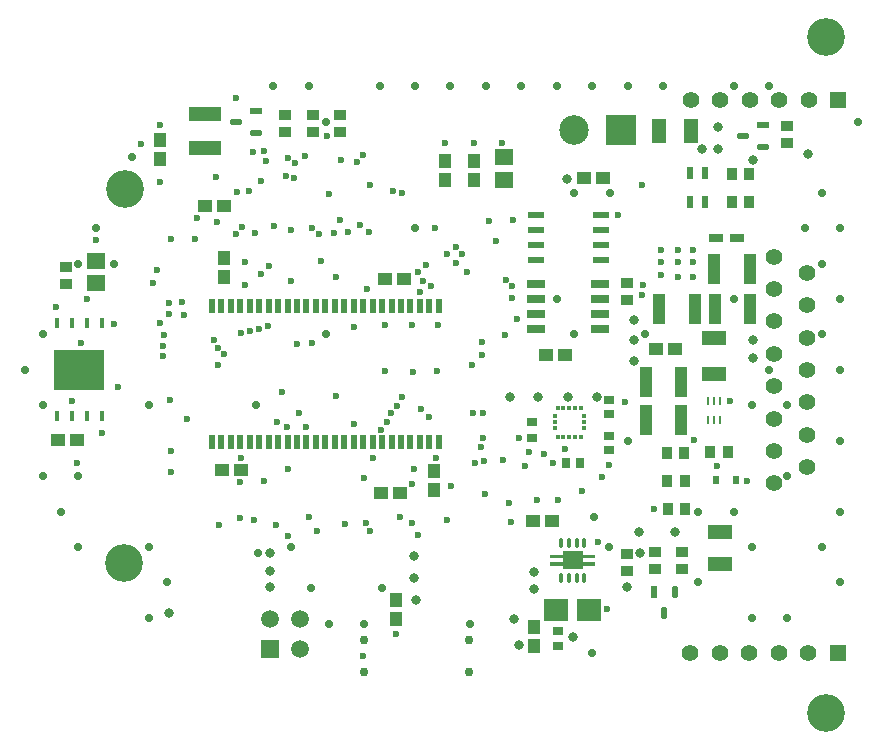
<source format=gbr>
G04*
G04 #@! TF.GenerationSoftware,Altium Limited,Altium Designer,25.1.2 (22)*
G04*
G04 Layer_Color=16711935*
%FSLAX25Y25*%
%MOIN*%
G70*
G04*
G04 #@! TF.SameCoordinates,306FC79E-9B49-4897-B38B-A4FC230E2DB4*
G04*
G04*
G04 #@! TF.FilePolarity,Negative*
G04*
G01*
G75*
%ADD19R,0.04134X0.03543*%
G04:AMPARAMS|DCode=21|XSize=61.02mil|YSize=23.62mil|CornerRadius=2.01mil|HoleSize=0mil|Usage=FLASHONLY|Rotation=0.000|XOffset=0mil|YOffset=0mil|HoleType=Round|Shape=RoundedRectangle|*
%AMROUNDEDRECTD21*
21,1,0.06102,0.01961,0,0,0.0*
21,1,0.05701,0.02362,0,0,0.0*
1,1,0.00402,0.02850,-0.00980*
1,1,0.00402,-0.02850,-0.00980*
1,1,0.00402,-0.02850,0.00980*
1,1,0.00402,0.02850,0.00980*
%
%ADD21ROUNDEDRECTD21*%
%ADD23R,0.04758X0.03985*%
%ADD25R,0.03740X0.03150*%
%ADD27R,0.03543X0.04134*%
%ADD29R,0.05906X0.05512*%
%ADD30R,0.03985X0.04758*%
%ADD33C,0.05500*%
%ADD34C,0.12598*%
%ADD35R,0.09843X0.09843*%
%ADD36C,0.09843*%
%ADD37R,0.05512X0.05512*%
%ADD38C,0.05512*%
%ADD39C,0.05984*%
%ADD40R,0.05984X0.05984*%
%ADD41C,0.02953*%
%ADD42C,0.03150*%
%ADD43C,0.02362*%
%ADD44C,0.02800*%
%ADD50R,0.05000X0.02992*%
G04:AMPARAMS|DCode=51|XSize=41.68mil|YSize=21.53mil|CornerRadius=10.77mil|HoleSize=0mil|Usage=FLASHONLY|Rotation=270.000|XOffset=0mil|YOffset=0mil|HoleType=Round|Shape=RoundedRectangle|*
%AMROUNDEDRECTD51*
21,1,0.04168,0.00000,0,0,270.0*
21,1,0.02015,0.02153,0,0,270.0*
1,1,0.02153,0.00000,-0.01008*
1,1,0.02153,0.00000,0.01008*
1,1,0.02153,0.00000,0.01008*
1,1,0.02153,0.00000,-0.01008*
%
%ADD51ROUNDEDRECTD51*%
%ADD52R,0.02153X0.04168*%
G04:AMPARAMS|DCode=53|XSize=41.68mil|YSize=21.53mil|CornerRadius=10.77mil|HoleSize=0mil|Usage=FLASHONLY|Rotation=180.000|XOffset=0mil|YOffset=0mil|HoleType=Round|Shape=RoundedRectangle|*
%AMROUNDEDRECTD53*
21,1,0.04168,0.00000,0,0,180.0*
21,1,0.02015,0.02153,0,0,180.0*
1,1,0.02153,-0.01008,0.00000*
1,1,0.02153,0.01008,0.00000*
1,1,0.02153,0.01008,0.00000*
1,1,0.02153,-0.01008,0.00000*
%
%ADD53ROUNDEDRECTD53*%
%ADD54R,0.04168X0.02153*%
%ADD55R,0.04500X0.08000*%
%ADD56R,0.03937X0.09843*%
%ADD57R,0.02362X0.03150*%
%ADD58R,0.00900X0.02800*%
%ADD59R,0.08465X0.04921*%
%ADD60R,0.03543X0.02953*%
G04:AMPARAMS|DCode=61|XSize=68.9mil|YSize=59.06mil|CornerRadius=2.07mil|HoleSize=0mil|Usage=FLASHONLY|Rotation=180.000|XOffset=0mil|YOffset=0mil|HoleType=Round|Shape=RoundedRectangle|*
%AMROUNDEDRECTD61*
21,1,0.06890,0.05492,0,0,180.0*
21,1,0.06476,0.05906,0,0,180.0*
1,1,0.00413,-0.03238,0.02746*
1,1,0.00413,0.03238,0.02746*
1,1,0.00413,0.03238,-0.02746*
1,1,0.00413,-0.03238,-0.02746*
%
%ADD61ROUNDEDRECTD61*%
G04:AMPARAMS|DCode=62|XSize=13.78mil|YSize=33.47mil|CornerRadius=2mil|HoleSize=0mil|Usage=FLASHONLY|Rotation=180.000|XOffset=0mil|YOffset=0mil|HoleType=Round|Shape=RoundedRectangle|*
%AMROUNDEDRECTD62*
21,1,0.01378,0.02947,0,0,180.0*
21,1,0.00978,0.03347,0,0,180.0*
1,1,0.00400,-0.00489,0.01473*
1,1,0.00400,0.00489,0.01473*
1,1,0.00400,0.00489,-0.01473*
1,1,0.00400,-0.00489,-0.01473*
%
%ADD62ROUNDEDRECTD62*%
%ADD63R,0.08000X0.04500*%
%ADD64R,0.01772X0.01378*%
%ADD65R,0.01378X0.01772*%
%ADD66R,0.02953X0.03543*%
%ADD67R,0.10630X0.04921*%
%ADD68R,0.02362X0.03937*%
%ADD69R,0.05750X0.02100*%
%ADD70R,0.17100X0.13600*%
%ADD71R,0.01700X0.03400*%
%ADD72R,0.02000X0.04700*%
%ADD74R,0.08000X0.07500*%
G36*
X557055Y315228D02*
X553020D01*
Y316331D01*
X557055D01*
Y315228D01*
D02*
G37*
G36*
Y312669D02*
X553020D01*
Y313772D01*
X557055D01*
Y312669D01*
D02*
G37*
G36*
X567980Y315228D02*
X563945D01*
Y316331D01*
X567980D01*
Y315228D01*
D02*
G37*
G36*
Y312669D02*
X563945D01*
Y313772D01*
X567980D01*
Y312669D01*
D02*
G37*
D19*
X587732Y317196D02*
D03*
Y311487D02*
D03*
X578465Y311000D02*
D03*
Y316708D02*
D03*
X632000Y453646D02*
D03*
Y459354D02*
D03*
X483035Y462854D02*
D03*
Y457146D02*
D03*
X464500D02*
D03*
Y462854D02*
D03*
X578468Y401093D02*
D03*
Y406802D02*
D03*
X391461Y406529D02*
D03*
Y412237D02*
D03*
X597000Y311646D02*
D03*
Y317354D02*
D03*
X473768Y462854D02*
D03*
Y457146D02*
D03*
D21*
X569495Y391429D02*
D03*
Y396429D02*
D03*
Y401430D02*
D03*
Y406429D02*
D03*
X548236D02*
D03*
Y401430D02*
D03*
Y396429D02*
D03*
Y391429D02*
D03*
D23*
X594657Y385000D02*
D03*
X588343D02*
D03*
X564343Y442000D02*
D03*
X570657D02*
D03*
X551660Y382748D02*
D03*
X557974D02*
D03*
X547347Y327630D02*
D03*
X553661D02*
D03*
X388843Y354500D02*
D03*
X395157D02*
D03*
X444157Y432500D02*
D03*
X437843D02*
D03*
X443588Y344589D02*
D03*
X449902D02*
D03*
X497964Y408411D02*
D03*
X504278D02*
D03*
X496686Y337000D02*
D03*
X503000D02*
D03*
D25*
X555500Y285941D02*
D03*
Y291059D02*
D03*
X546807Y355399D02*
D03*
Y360517D02*
D03*
D27*
X597892Y331626D02*
D03*
X592183D02*
D03*
X619354Y434000D02*
D03*
X613646D02*
D03*
X619354Y443268D02*
D03*
X613646D02*
D03*
X597744Y340893D02*
D03*
X592035D02*
D03*
X612069Y350509D02*
D03*
X606360D02*
D03*
X591974Y350161D02*
D03*
X597683D02*
D03*
D29*
X401516Y414255D02*
D03*
Y406774D02*
D03*
X537382Y441367D02*
D03*
Y448847D02*
D03*
D30*
X423000Y454657D02*
D03*
Y448343D02*
D03*
X547500Y292157D02*
D03*
Y285843D02*
D03*
X501500Y301157D02*
D03*
Y294843D02*
D03*
X518000Y441343D02*
D03*
Y447657D02*
D03*
X527500Y441186D02*
D03*
Y447500D02*
D03*
X514362Y344203D02*
D03*
Y337889D02*
D03*
X444340Y408797D02*
D03*
Y415111D02*
D03*
D33*
X638590Y410272D02*
D03*
Y399484D02*
D03*
Y388697D02*
D03*
Y377909D02*
D03*
Y367122D02*
D03*
Y356335D02*
D03*
Y345547D02*
D03*
X627410Y415665D02*
D03*
Y404878D02*
D03*
Y394091D02*
D03*
Y383303D02*
D03*
Y372516D02*
D03*
Y361728D02*
D03*
Y350941D02*
D03*
Y340154D02*
D03*
D34*
X411110Y438321D02*
D03*
X411000Y313500D02*
D03*
X645000Y263500D02*
D03*
Y489000D02*
D03*
D35*
X576563Y458005D02*
D03*
D36*
X560972D02*
D03*
D37*
X649000Y468000D02*
D03*
X648842Y283500D02*
D03*
D38*
X639157Y468000D02*
D03*
X629315D02*
D03*
X619472D02*
D03*
X609630D02*
D03*
X599787D02*
D03*
X599630Y283500D02*
D03*
X609472D02*
D03*
X619315Y283500D02*
D03*
X629157D02*
D03*
X639000Y283500D02*
D03*
D39*
X469500Y285000D02*
D03*
Y295000D02*
D03*
X459500D02*
D03*
D40*
Y285000D02*
D03*
D41*
X526000Y277087D02*
D03*
Y287913D02*
D03*
X491000Y277087D02*
D03*
Y287913D02*
D03*
D42*
X583000Y317000D02*
D03*
X578500Y305500D02*
D03*
X620500Y448000D02*
D03*
X639000Y450000D02*
D03*
X508343Y301157D02*
D03*
X560500Y289000D02*
D03*
X541000Y295000D02*
D03*
X547500Y305000D02*
D03*
X542500Y286091D02*
D03*
X426000Y297000D02*
D03*
X603500Y451500D02*
D03*
X620500Y382000D02*
D03*
X582500Y324000D02*
D03*
X594500D02*
D03*
X581000Y394500D02*
D03*
X620500Y388000D02*
D03*
X581000Y381000D02*
D03*
Y388000D02*
D03*
X568500Y369000D02*
D03*
X559000D02*
D03*
X549000D02*
D03*
X539500D02*
D03*
X609000Y451500D02*
D03*
Y459000D02*
D03*
X507500Y315802D02*
D03*
X558500Y441500D02*
D03*
X459500Y317000D02*
D03*
Y311000D02*
D03*
Y305500D02*
D03*
X507500Y308500D02*
D03*
X547500Y310500D02*
D03*
D43*
X575521Y429567D02*
D03*
X569000Y320500D02*
D03*
X479178Y436670D02*
D03*
X480995Y423434D02*
D03*
X448437Y437138D02*
D03*
X452500Y437500D02*
D03*
X510500Y407500D02*
D03*
X426500Y421500D02*
D03*
X537000Y453500D02*
D03*
X527500D02*
D03*
X518000D02*
D03*
X478500Y455862D02*
D03*
X514470Y425398D02*
D03*
X513228Y405945D02*
D03*
X518500Y416500D02*
D03*
X511500Y413000D02*
D03*
X508903Y410742D02*
D03*
X456500Y441000D02*
D03*
X441394Y442106D02*
D03*
X448199Y468676D02*
D03*
X465457Y448500D02*
D03*
X468000Y447000D02*
D03*
X457500Y451000D02*
D03*
X453894Y450606D02*
D03*
X458307Y447519D02*
D03*
X466500Y424500D02*
D03*
X464753Y442457D02*
D03*
X423000Y459500D02*
D03*
X416415Y453298D02*
D03*
X423000Y440632D02*
D03*
X435074Y428559D02*
D03*
X441894Y427106D02*
D03*
X425818Y400106D02*
D03*
X481500Y409000D02*
D03*
X492500Y424000D02*
D03*
X485462Y424011D02*
D03*
X489500Y426379D02*
D03*
X483000Y427970D02*
D03*
X471282Y449228D02*
D03*
X466500Y407500D02*
D03*
X456406Y409772D02*
D03*
X451331Y414000D02*
D03*
X459173Y412591D02*
D03*
X454383Y423617D02*
D03*
X448258Y423359D02*
D03*
X450120Y425651D02*
D03*
X461000Y426000D02*
D03*
X503384Y436868D02*
D03*
X500500Y437500D02*
D03*
X492728Y439569D02*
D03*
X490500Y449728D02*
D03*
X483115Y447879D02*
D03*
X467644Y441856D02*
D03*
X488680Y447359D02*
D03*
X473406Y425399D02*
D03*
X475870Y423130D02*
D03*
X521390Y418862D02*
D03*
X421934Y411360D02*
D03*
X420684Y406897D02*
D03*
X501500Y290000D02*
D03*
X583500Y403000D02*
D03*
X583878Y406188D02*
D03*
X590000Y409522D02*
D03*
X600500Y409000D02*
D03*
X595500D02*
D03*
X618500Y341000D02*
D03*
X587500Y331500D02*
D03*
X608500Y346000D02*
D03*
X601000Y354500D02*
D03*
X595500Y414000D02*
D03*
X590000Y418000D02*
D03*
Y414000D02*
D03*
X600500D02*
D03*
X595500Y418000D02*
D03*
X613000Y367500D02*
D03*
X600500Y418000D02*
D03*
X571772Y298148D02*
D03*
X531216Y336579D02*
D03*
X531000Y347500D02*
D03*
X527936Y346936D02*
D03*
X498500Y360631D02*
D03*
X496500Y358022D02*
D03*
X476586Y414084D02*
D03*
X577786Y367214D02*
D03*
X469364Y363636D02*
D03*
X465346Y358980D02*
D03*
X463500Y370612D02*
D03*
X471500Y359000D02*
D03*
X498000Y377741D02*
D03*
X481648Y369228D02*
D03*
X540500Y428000D02*
D03*
X515000Y348500D02*
D03*
X572626Y346374D02*
D03*
X553803Y346803D02*
D03*
X558000Y351500D02*
D03*
X542601Y355399D02*
D03*
X539285Y333629D02*
D03*
X548500Y334500D02*
D03*
X532647Y427646D02*
D03*
X535000Y421000D02*
D03*
X542000Y395000D02*
D03*
X537140Y347852D02*
D03*
X518500Y327816D02*
D03*
X454043Y328000D02*
D03*
X442500Y326228D02*
D03*
X491500Y327000D02*
D03*
X492772Y324148D02*
D03*
X490500Y282500D02*
D03*
X583539Y439461D02*
D03*
X530500Y363500D02*
D03*
X530644Y355144D02*
D03*
X529945Y352275D02*
D03*
X546025Y350572D02*
D03*
X570127Y342187D02*
D03*
X563418Y337734D02*
D03*
X512394Y362394D02*
D03*
X509772Y364913D02*
D03*
X539883Y327155D02*
D03*
X525074Y410741D02*
D03*
X523500Y416500D02*
D03*
X521500Y413592D02*
D03*
X515500Y393000D02*
D03*
X507000D02*
D03*
X449902Y348718D02*
D03*
X538224Y408000D02*
D03*
X540272Y402000D02*
D03*
Y405757D02*
D03*
X530272Y387228D02*
D03*
X520000Y339316D02*
D03*
X509500Y403816D02*
D03*
X401500Y421316D02*
D03*
X407610Y393277D02*
D03*
X400000Y378000D02*
D03*
X391500D02*
D03*
X395157Y346973D02*
D03*
X503000Y328816D02*
D03*
X487633Y359857D02*
D03*
X449712Y390212D02*
D03*
X442046Y385239D02*
D03*
X441000Y388000D02*
D03*
X444244Y383228D02*
D03*
X487500Y392316D02*
D03*
X396500Y387000D02*
D03*
X544496Y345996D02*
D03*
X555500Y334500D02*
D03*
X530272Y382816D02*
D03*
X527113Y363703D02*
D03*
X472439Y328816D02*
D03*
X449500Y340500D02*
D03*
X426500Y350816D02*
D03*
X442365Y379451D02*
D03*
X431000Y396316D02*
D03*
X430361Y400573D02*
D03*
X492000Y404816D02*
D03*
X551000Y350000D02*
D03*
X475341Y324228D02*
D03*
X498000Y393000D02*
D03*
X538000Y389500D02*
D03*
X465439Y322579D02*
D03*
X398500Y401500D02*
D03*
X434500Y421500D02*
D03*
X393500Y367500D02*
D03*
X409000Y372132D02*
D03*
X403500Y357000D02*
D03*
X388351Y399032D02*
D03*
X426000Y396500D02*
D03*
X451285Y406219D02*
D03*
X431892Y361615D02*
D03*
X426500Y344000D02*
D03*
X461488Y326331D02*
D03*
X515091Y377480D02*
D03*
X426177Y367824D02*
D03*
X423772Y386000D02*
D03*
Y382500D02*
D03*
X424272Y389500D02*
D03*
X423000Y393500D02*
D03*
X506728Y327000D02*
D03*
X509000Y323000D02*
D03*
X449500Y328500D02*
D03*
X527000Y379500D02*
D03*
X457500Y341000D02*
D03*
X507500Y345000D02*
D03*
X507000Y340000D02*
D03*
X507081Y377361D02*
D03*
X473500Y387000D02*
D03*
X500019Y363532D02*
D03*
X502000Y366000D02*
D03*
X503500Y369000D02*
D03*
X459000Y392500D02*
D03*
X456000Y391500D02*
D03*
X453000Y391000D02*
D03*
X465500Y345000D02*
D03*
X462000Y360500D02*
D03*
X468500Y386500D02*
D03*
X484500Y326500D02*
D03*
X491000Y342000D02*
D03*
X494000Y348500D02*
D03*
D44*
X572407Y318898D02*
D03*
X602362Y307086D02*
D03*
X419291Y366142D02*
D03*
X507874Y425197D02*
D03*
X478346Y460630D02*
D03*
X425197Y307086D02*
D03*
X413386Y448819D02*
D03*
X419291Y318898D02*
D03*
X567705Y328811D02*
D03*
X526366Y293378D02*
D03*
X496839Y305189D02*
D03*
X490933Y293378D02*
D03*
X473216Y305189D02*
D03*
X479122Y293378D02*
D03*
X455500Y317000D02*
D03*
X655512Y460630D02*
D03*
X649606Y425197D02*
D03*
Y401575D02*
D03*
Y377953D02*
D03*
Y354331D02*
D03*
Y330709D02*
D03*
Y307086D02*
D03*
X643701Y437008D02*
D03*
X637795Y425197D02*
D03*
X643701Y413386D02*
D03*
Y389764D02*
D03*
Y318898D02*
D03*
X625984Y472441D02*
D03*
Y377953D02*
D03*
X631890Y366142D02*
D03*
Y342520D02*
D03*
Y295275D02*
D03*
X614173Y472441D02*
D03*
Y401575D02*
D03*
X620079Y366142D02*
D03*
X614173Y330709D02*
D03*
X620079Y318898D02*
D03*
Y295275D02*
D03*
X602362Y330709D02*
D03*
X590551Y472441D02*
D03*
X578740D02*
D03*
X584646Y389764D02*
D03*
X578740Y354331D02*
D03*
X566929Y472441D02*
D03*
X572834Y437008D02*
D03*
X566929Y283465D02*
D03*
X555118Y472441D02*
D03*
X561023Y437008D02*
D03*
X555118Y401575D02*
D03*
X561023Y389764D02*
D03*
X543307Y472441D02*
D03*
X531496D02*
D03*
X519685D02*
D03*
X507874D02*
D03*
X496063D02*
D03*
X472441D02*
D03*
X478346Y389764D02*
D03*
X460630Y472441D02*
D03*
X466535Y318898D02*
D03*
X454724Y366142D02*
D03*
X419291Y295275D02*
D03*
X401575Y425197D02*
D03*
X407480Y413386D02*
D03*
X395669D02*
D03*
Y342520D02*
D03*
X389764Y330709D02*
D03*
X395669Y318898D02*
D03*
X383858Y389764D02*
D03*
X377953Y377953D02*
D03*
X383858Y366142D02*
D03*
Y342520D02*
D03*
D50*
X608109Y421984D02*
D03*
X615117D02*
D03*
D51*
X591000Y297048D02*
D03*
X594602Y303952D02*
D03*
D52*
X587398D02*
D03*
D53*
X617048Y456000D02*
D03*
X623952Y452398D02*
D03*
X454952Y456898D02*
D03*
X448048Y460500D02*
D03*
D54*
X623952Y459602D02*
D03*
X454952Y464102D02*
D03*
D55*
X589250Y457500D02*
D03*
X599750D02*
D03*
D56*
X607594Y411500D02*
D03*
X619406D02*
D03*
X607710Y398264D02*
D03*
X619521D02*
D03*
X601158D02*
D03*
X589347D02*
D03*
X596530Y361200D02*
D03*
X584720D02*
D03*
X596557Y374078D02*
D03*
X584746D02*
D03*
D57*
X608165Y341232D02*
D03*
X614858D02*
D03*
D58*
X605531Y361200D02*
D03*
X607500Y361200D02*
D03*
X609469Y361200D02*
D03*
Y367500D02*
D03*
X607500D02*
D03*
X605531D02*
D03*
D59*
X607500Y376496D02*
D03*
Y388504D02*
D03*
D60*
X572638Y363097D02*
D03*
X572638Y367822D02*
D03*
X572626Y351269D02*
D03*
Y355993D02*
D03*
D61*
X560500Y314500D02*
D03*
D62*
X564339Y308693D02*
D03*
X561779D02*
D03*
X559221D02*
D03*
X556661D02*
D03*
X564339Y320307D02*
D03*
X561779D02*
D03*
X559221D02*
D03*
X556661D02*
D03*
D63*
X609500Y323750D02*
D03*
Y313250D02*
D03*
D64*
X564146Y358531D02*
D03*
Y360500D02*
D03*
Y362469D02*
D03*
X554500D02*
D03*
Y360500D02*
D03*
Y358531D02*
D03*
D65*
X563260Y365323D02*
D03*
X561291Y365323D02*
D03*
X559323D02*
D03*
X557354D02*
D03*
X555386Y365323D02*
D03*
Y355677D02*
D03*
X557354D02*
D03*
X559323D02*
D03*
X561291D02*
D03*
X563260D02*
D03*
D66*
X558307Y346803D02*
D03*
X563031D02*
D03*
D67*
X438000Y451890D02*
D03*
Y463110D02*
D03*
D68*
X604461Y434000D02*
D03*
X599539D02*
D03*
X604461Y443500D02*
D03*
X599539D02*
D03*
D69*
X569725Y414500D02*
D03*
Y419500D02*
D03*
Y424500D02*
D03*
Y429500D02*
D03*
X548275D02*
D03*
Y424500D02*
D03*
Y419500D02*
D03*
Y414500D02*
D03*
D70*
X396000Y378000D02*
D03*
D71*
X388500Y362550D02*
D03*
X393500D02*
D03*
X398500D02*
D03*
X403500D02*
D03*
Y393450D02*
D03*
X398500D02*
D03*
X393500D02*
D03*
X388500D02*
D03*
D72*
X515795Y399100D02*
D03*
X512646D02*
D03*
X509496D02*
D03*
X506347D02*
D03*
X503197D02*
D03*
X500047D02*
D03*
X496898D02*
D03*
X493748D02*
D03*
X490598D02*
D03*
X487449D02*
D03*
X484299D02*
D03*
X481150D02*
D03*
X478000D02*
D03*
X474850D02*
D03*
X471701D02*
D03*
X468551D02*
D03*
X465402D02*
D03*
X462252D02*
D03*
X459102D02*
D03*
X455953D02*
D03*
X452803D02*
D03*
X449653D02*
D03*
X446504D02*
D03*
X443354D02*
D03*
X440205D02*
D03*
X440205Y353900D02*
D03*
X443354D02*
D03*
X446504D02*
D03*
X449653D02*
D03*
X452803D02*
D03*
X455953D02*
D03*
X459102D02*
D03*
X462252D02*
D03*
X465402D02*
D03*
X468551D02*
D03*
X471701D02*
D03*
X474850D02*
D03*
X478000D02*
D03*
X481150D02*
D03*
X484299D02*
D03*
X487449D02*
D03*
X490598D02*
D03*
X493748D02*
D03*
X496898D02*
D03*
X500047D02*
D03*
X503197D02*
D03*
X506347D02*
D03*
X509496D02*
D03*
X512646D02*
D03*
X515795D02*
D03*
D74*
X566000Y297750D02*
D03*
X555000D02*
D03*
M02*

</source>
